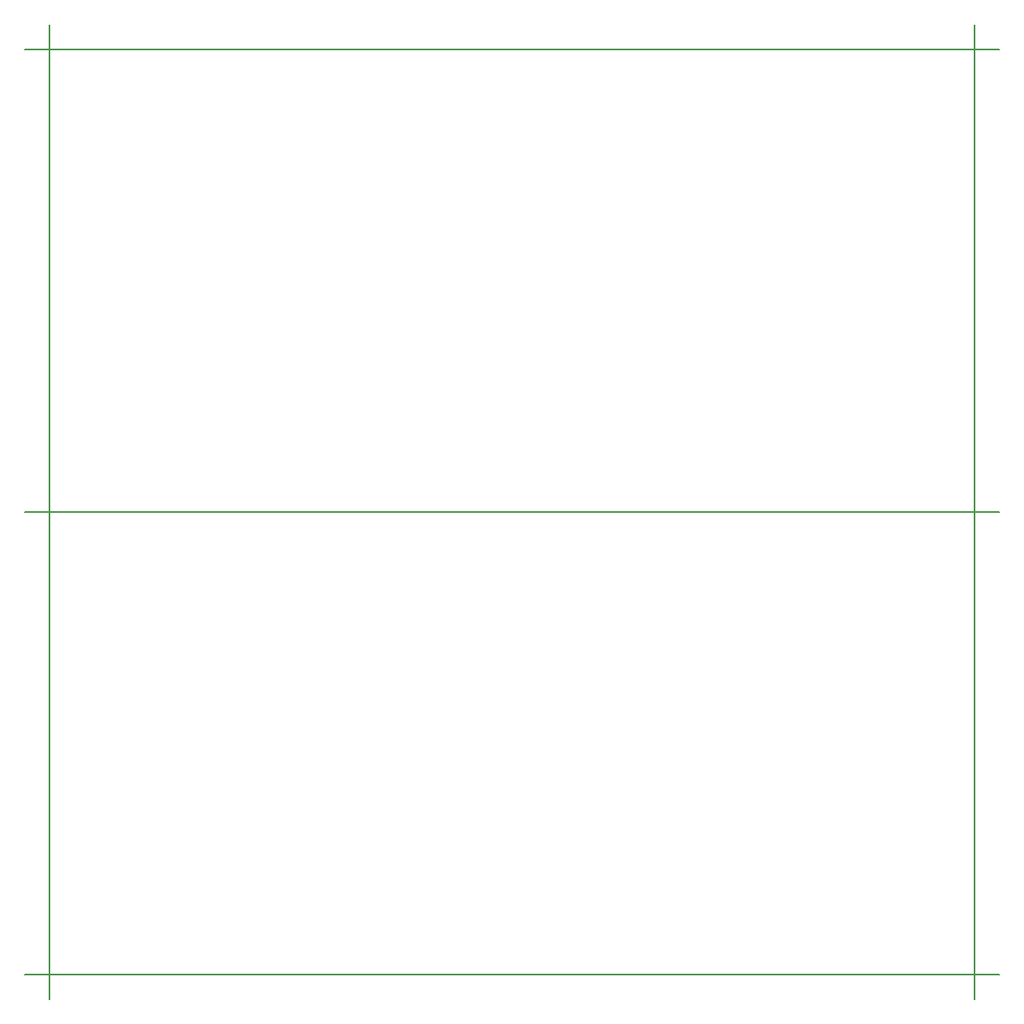
<source format=gbr>
G04 #@! TF.GenerationSoftware,KiCad,Pcbnew,(5.1.2)-1*
G04 #@! TF.CreationDate,2019-07-16T10:56:38+01:00*
G04 #@! TF.ProjectId,Reference_voltage,52656665-7265-46e6-9365-5f766f6c7461,rev?*
G04 #@! TF.SameCoordinates,Original*
G04 #@! TF.FileFunction,Other,ECO2*
%FSLAX46Y46*%
G04 Gerber Fmt 4.6, Leading zero omitted, Abs format (unit mm)*
G04 Created by KiCad (PCBNEW (5.1.2)-1) date 2019-07-16 10:56:38*
%MOMM*%
%LPD*%
G04 APERTURE LIST*
%ADD10C,0.150000*%
G04 APERTURE END LIST*
D10*
X95000000Y-47500000D02*
X195000000Y-47500000D01*
X97500000Y-145000000D02*
X97500000Y-45000000D01*
X195000000Y-142500000D02*
X95000000Y-142500000D01*
X192500000Y-45000000D02*
X192500000Y-145000000D01*
X95000000Y-95000000D02*
X195000000Y-95000000D01*
M02*

</source>
